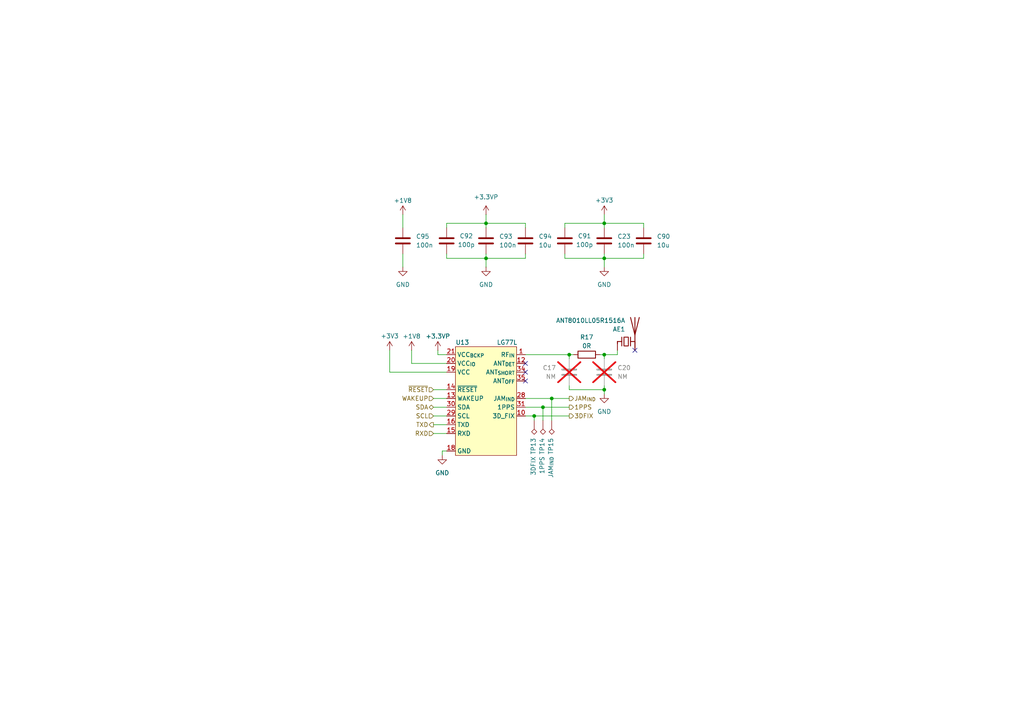
<source format=kicad_sch>
(kicad_sch (version 20250114) (generator "eeschema") (generator_version "9.0")
  (paper "A4")
  (title_block (title "GNSS Module") (date "2025-11-25") (rev "B") (company "M17 Foundation") (comment 1 "Author: Wojciech SP5WWP, Andy OE3ANC, Vlastimil OK5VAS"))
  (lib_symbols
    (symbol "Connector:TestPoint_Alt" (pin_numbers (hide yes)) (pin_names (offset 0.762) (hide yes))
      (property "Reference" "TP" (at 0 6.858 0))
      (property "Value" "TestPoint_Alt" (at 0 5.08 0))
      (symbol "TestPoint_Alt_0_1"
        (polyline (pts (xy 0 2.54) (xy -0.762 3.302) (xy 0 4.064) (xy 0.762 3.302) (xy 0 2.54)))
      )
      (symbol "TestPoint_Alt_1_1"
        (pin passive line (at 0 0 90) (length 2.54) (name "1") (number "1"))
      )
    )
    (symbol "Device:Antenna_Chip" (pin_numbers (hide yes)) (pin_names (offset 1.016) (hide yes))
      (property "Reference" "AE" (at 0 5.08 0))
      (property "Value" "Antenna_Chip" (at 0 3.175 0))
      (symbol "Antenna_Chip_0_1"
        (polyline (pts (xy -2.54 0) (xy -2.54 -0.635)) (stroke (width 0.254)))
        (polyline (pts (xy -2.54 0) (xy -1.27 0)) (stroke (width 0.254)))
        (polyline (pts (xy -1.27 1.27) (xy -1.27 -1.27) (xy -1.27 0)) (stroke (width 0.254)))
        (polyline (pts (xy -0.635 1.27) (xy 0.635 1.27) (xy 0.635 -1.27) (xy -0.635 -1.27) (xy -0.635 1.27)) (stroke (width 0.254)))
        (polyline (pts (xy 1.27 1.27) (xy 1.27 -1.27)) (stroke (width 0.254)))
        (polyline (pts (xy 1.27 0) (xy 2.54 0)) (stroke (width 0.254)))
        (polyline (pts (xy 2.54 6.985) (xy 2.54 -1.905)) (stroke (width 0.254)))
        (polyline (pts (xy 2.54 -0.635) (xy 2.54 0)))
        (polyline (pts (xy 3.81 6.985) (xy 2.54 1.905) (xy 1.27 6.985)) (stroke (width 0.254)))
      )
      (symbol "Antenna_Chip_1_1"
        (pin input line (at -2.54 -2.54 90) (length 2.54) (name "FEED") (number "1"))
        (pin passive line (at 2.54 -2.54 90) (length 2.54) (name "PCB_Trace") (number "2"))
      )
    )
    (symbol "Device:C" (pin_numbers (hide yes)) (pin_names (offset 0.254))
      (property "Reference" "C" (at 0.635 2.54 0))
      (property "Value" "C" (at 0.635 -2.54 0))
      (symbol "C_0_1"
        (polyline (pts (xy -2.032 0.762) (xy 2.032 0.762)) (stroke (width 0.508)))
        (polyline (pts (xy -2.032 -0.762) (xy 2.032 -0.762)) (stroke (width 0.508)))
      )
      (symbol "C_1_1"
        (pin passive line (at 0 3.81 270) (length 2.794) (name "~") (number "1"))
        (pin passive line (at 0 -3.81 90) (length 2.794) (name "~") (number "2"))
      )
    )
    (symbol "Device:R" (pin_numbers (hide yes)) (pin_names (offset 0))
      (property "Reference" "R" (at 2.032 0 90))
      (property "Value" "R" (at 0 0 90))
      (symbol "R_0_1"
        (rectangle (start -1.016 -2.54) (end 1.016 2.54) (stroke (width 0.254)))
      )
      (symbol "R_1_1"
        (pin passive line (at 0 3.81 270) (length 1.27) (name "~") (number "1"))
        (pin passive line (at 0 -3.81 90) (length 1.27) (name "~") (number "2"))
      )
    )
    (symbol "parts:LG77L"
      (property "Reference" "U" (at -8.128 16.256 0))
      (property "Value" "LG77L" (at 6.096 16.256 0))
      (symbol "LG77L_0_0"
        (pin power_in line (at -11.43 12.7 0) (length 2.54) (name "VCC_{BCKP}") (number "21"))
        (pin power_in line (at -11.43 10.16 0) (length 2.54) (name "VCC_{IO}") (number "20"))
        (pin power_in line (at -11.43 7.62 0) (length 2.54) (name "VCC") (number "19"))
        (pin input line (at -11.43 2.54 0) (length 2.54) (name "~{RESET}") (number "14"))
        (pin input line (at -11.43 0 0) (length 2.54) (name "WAKEUP") (number "13"))
        (pin bidirectional line (at -11.43 -2.54 0) (length 2.54) (name "SDA") (number "30"))
        (pin input line (at -11.43 -5.08 0) (length 2.54) (name "SCL") (number "29"))
        (pin output line (at -11.43 -7.62 0) (length 2.54) (name "TXD") (number "16"))
        (pin input line (at -11.43 -10.16 0) (length 2.54) (name "RXD") (number "15"))
        (pin power_in line (at -11.43 -15.24 0) (length 2.54) (name "GND") (number "18"))
        (pin power_in line (at -11.43 -15.24 0) (length 2.54) (hide yes) (name "GND") (number "2"))
        (pin power_in line (at -11.43 -15.24 0) (length 2.54) (hide yes) (name "GND") (number "37"))
        (pin power_in line (at -11.43 -15.24 0) (length 2.54) (hide yes) (name "GND") (number "38"))
        (pin power_in line (at -11.43 -15.24 0) (length 2.54) (hide yes) (name "GND") (number "39"))
        (pin power_in line (at -11.43 -15.24 0) (length 2.54) (hide yes) (name "GND") (number "40"))
        (pin power_in line (at -11.43 -15.24 0) (length 2.54) (hide yes) (name "GND") (number "41"))
        (pin power_in line (at -11.43 -15.24 0) (length 2.54) (hide yes) (name "GND") (number "42"))
        (pin power_in line (at -11.43 -15.24 0) (length 2.54) (hide yes) (name "GND") (number "43"))
        (pin input line (at 11.43 12.7 180) (length 2.54) (name "RF_{IN}") (number "1"))
        (pin input line (at 11.43 10.16 180) (length 2.54) (name "ANT_{DET}") (number "12"))
        (pin input line (at 11.43 7.62 180) (length 2.54) (name "ANT_{SHORT}") (number "34"))
        (pin output line (at 11.43 5.08 180) (length 2.54) (name "ANT_{OFF}") (number "35"))
        (pin output line (at 11.43 0 180) (length 2.54) (name "JAM_{IND}") (number "28"))
        (pin output line (at 11.43 -2.54 180) (length 2.54) (name "1PPS") (number "31"))
        (pin output line (at 11.43 -5.08 180) (length 2.54) (name "3D_FIX") (number "10"))
        (pin no_connect line (at 11.43 -15.24 180) (length 2.54) (hide yes) (name "RES") (number "11"))
        (pin no_connect line (at 11.43 -15.24 180) (length 2.54) (hide yes) (name "RES") (number "17"))
        (pin no_connect line (at 11.43 -15.24 180) (length 2.54) (hide yes) (name "RES") (number "22"))
        (pin no_connect line (at 11.43 -15.24 180) (length 2.54) (hide yes) (name "RES") (number "23"))
        (pin no_connect line (at 11.43 -15.24 180) (length 2.54) (hide yes) (name "RES") (number "24"))
        (pin no_connect line (at 11.43 -15.24 180) (length 2.54) (hide yes) (name "RES") (number "25"))
        (pin no_connect line (at 11.43 -15.24 180) (length 2.54) (hide yes) (name "RES") (number "26"))
        (pin no_connect line (at 11.43 -15.24 180) (length 2.54) (hide yes) (name "RES") (number "27"))
        (pin no_connect line (at 11.43 -15.24 180) (length 2.54) (hide yes) (name "RES") (number "3"))
        (pin no_connect line (at 11.43 -15.24 180) (length 2.54) (hide yes) (name "RES") (number "32"))
        (pin no_connect line (at 11.43 -15.24 180) (length 2.54) (hide yes) (name "RES") (number "33"))
        (pin no_connect line (at 11.43 -15.24 180) (length 2.54) (hide yes) (name "RES") (number "36"))
        (pin no_connect line (at 11.43 -15.24 180) (length 2.54) (hide yes) (name "RES") (number "4"))
        (pin no_connect line (at 11.43 -15.24 180) (length 2.54) (hide yes) (name "RES") (number "5"))
        (pin no_connect line (at 11.43 -15.24 180) (length 2.54) (hide yes) (name "RES") (number "6"))
        (pin no_connect line (at 11.43 -15.24 180) (length 2.54) (hide yes) (name "RES") (number "7"))
        (pin no_connect line (at 11.43 -15.24 180) (length 2.54) (hide yes) (name "RES") (number "8"))
        (pin no_connect line (at 11.43 -15.24 180) (length 2.54) (hide yes) (name "RES") (number "9"))
      )
      (symbol "LG77L_1_1"
        (rectangle (start -8.89 14.986) (end 8.89 -16.51) (fill (type background)))
      )
    )
    (symbol "power:+1V8" (power) (pin_numbers (hide yes)) (pin_names (offset 0) (hide yes))
      (property "Value" "+1V8" (at 0 3.556 0))
      (symbol "+1V8_0_1"
        (polyline (pts (xy -0.762 1.27) (xy 0 2.54)))
        (polyline (pts (xy 0 2.54) (xy 0.762 1.27)))
        (polyline (pts (xy 0 0) (xy 0 2.54)))
      )
      (symbol "+1V8_1_1"
        (pin power_in line (at 0 0 90) (length 0) (name "~") (number "1"))
      )
    )
    (symbol "power:+3.3VP" (power) (pin_numbers (hide yes)) (pin_names (offset 0) (hide yes))
      (property "Value" "+3.3VP" (at 0 3.556 0))
      (symbol "+3.3VP_0_0"
        (pin power_in line (at 0 0 90) (length 0) (name "~") (number "1"))
      )
      (symbol "+3.3VP_0_1"
        (polyline (pts (xy -0.762 1.27) (xy 0 2.54)))
        (polyline (pts (xy 0 2.54) (xy 0.762 1.27)))
        (polyline (pts (xy 0 0) (xy 0 2.54)))
      )
    )
    (symbol "power:+3V3" (power) (pin_numbers (hide yes)) (pin_names (offset 0) (hide yes))
      (property "Value" "+3V3" (at 0 3.556 0))
      (symbol "+3V3_0_1"
        (polyline (pts (xy -0.762 1.27) (xy 0 2.54)))
        (polyline (pts (xy 0 2.54) (xy 0.762 1.27)))
        (polyline (pts (xy 0 0) (xy 0 2.54)))
      )
      (symbol "+3V3_1_1"
        (pin power_in line (at 0 0 90) (length 0) (name "~") (number "1"))
      )
    )
    (symbol "power:GND" (power) (pin_numbers (hide yes)) (pin_names (offset 0) (hide yes))
      (property "Value" "GND" (at 0 -3.81 0))
      (symbol "GND_0_1"
        (polyline (pts (xy 0 0) (xy 0 -1.27) (xy 1.27 -1.27) (xy 0 -2.54) (xy -1.27 -1.27) (xy 0 -1.27)))
      )
      (symbol "GND_1_1"
        (pin power_in line (at 0 0 270) (length 0) (name "~") (number "1"))
      )
    )
  )
  (junction (at 175.26 102.87))
  (junction (at 165.1 102.87))
  (junction (at 157.48 118.11))
  (junction (at 154.94 120.65))
  (junction (at 175.26 113.03))
  (junction (at 175.26 74.93))
  (junction (at 175.26 64.77))
  (junction (at 140.97 64.77))
  (junction (at 140.97 74.93))
  (junction (at 160.02 115.57))
  (no_connect (at 184.15 101.6))
  (no_connect (at 152.4 110.49))
  (no_connect (at 152.4 107.95))
  (no_connect (at 152.4 105.41))
  (wire (pts (xy 129.54 73.66) (xy 129.54 74.93)))
  (wire (pts (xy 129.54 130.81) (xy 128.27 130.81)))
  (wire (pts (xy 119.38 101.6) (xy 119.38 105.41)))
  (wire (pts (xy 173.99 102.87) (xy 175.26 102.87)))
  (wire (pts (xy 140.97 64.77) (xy 140.97 66.04)))
  (wire (pts (xy 175.26 113.03) (xy 175.26 111.76)))
  (wire (pts (xy 175.26 74.93) (xy 186.69 74.93)))
  (wire (pts (xy 163.83 73.66) (xy 163.83 74.93)))
  (wire (pts (xy 140.97 73.66) (xy 140.97 74.93)))
  (wire (pts (xy 116.84 73.66) (xy 116.84 77.47)))
  (wire (pts (xy 116.84 62.23) (xy 116.84 66.04)))
  (wire (pts (xy 163.83 74.93) (xy 175.26 74.93)))
  (wire (pts (xy 140.97 74.93) (xy 140.97 77.47)))
  (wire (pts (xy 160.02 115.57) (xy 160.02 121.92)))
  (wire (pts (xy 165.1 102.87) (xy 166.37 102.87)))
  (wire (pts (xy 125.73 125.73) (xy 129.54 125.73)))
  (wire (pts (xy 175.26 102.87) (xy 179.07 102.87)))
  (wire (pts (xy 140.97 64.77) (xy 152.4 64.77)))
  (wire (pts (xy 129.54 74.93) (xy 140.97 74.93)))
  (wire (pts (xy 165.1 111.76) (xy 165.1 113.03)))
  (wire (pts (xy 175.26 64.77) (xy 175.26 66.04)))
  (wire (pts (xy 129.54 64.77) (xy 140.97 64.77)))
  (wire (pts (xy 175.26 62.23) (xy 175.26 64.77)))
  (wire (pts (xy 175.26 102.87) (xy 175.26 104.14)))
  (wire (pts (xy 152.4 64.77) (xy 152.4 66.04)))
  (wire (pts (xy 175.26 74.93) (xy 175.26 77.47)))
  (wire (pts (xy 128.27 130.81) (xy 128.27 132.08)))
  (wire (pts (xy 125.73 120.65) (xy 129.54 120.65)))
  (wire (pts (xy 157.48 118.11) (xy 165.1 118.11)))
  (wire (pts (xy 154.94 120.65) (xy 165.1 120.65)))
  (wire (pts (xy 186.69 74.93) (xy 186.69 73.66)))
  (wire (pts (xy 179.07 102.87) (xy 179.07 101.6)))
  (wire (pts (xy 113.03 107.95) (xy 129.54 107.95)))
  (wire (pts (xy 152.4 115.57) (xy 160.02 115.57)))
  (wire (pts (xy 140.97 74.93) (xy 152.4 74.93)))
  (wire (pts (xy 125.73 113.03) (xy 129.54 113.03)))
  (wire (pts (xy 175.26 113.03) (xy 175.26 114.3)))
  (wire (pts (xy 154.94 120.65) (xy 154.94 121.92)))
  (wire (pts (xy 163.83 66.04) (xy 163.83 64.77)))
  (wire (pts (xy 157.48 118.11) (xy 157.48 121.92)))
  (wire (pts (xy 129.54 102.87) (xy 127 102.87)))
  (wire (pts (xy 163.83 64.77) (xy 175.26 64.77)))
  (wire (pts (xy 152.4 102.87) (xy 165.1 102.87)))
  (wire (pts (xy 119.38 105.41) (xy 129.54 105.41)))
  (wire (pts (xy 165.1 113.03) (xy 175.26 113.03)))
  (wire (pts (xy 152.4 74.93) (xy 152.4 73.66)))
  (wire (pts (xy 127 102.87) (xy 127 101.6)))
  (wire (pts (xy 125.73 115.57) (xy 129.54 115.57)))
  (wire (pts (xy 152.4 118.11) (xy 157.48 118.11)))
  (wire (pts (xy 125.73 123.19) (xy 129.54 123.19)))
  (wire (pts (xy 113.03 101.6) (xy 113.03 107.95)))
  (wire (pts (xy 175.26 64.77) (xy 186.69 64.77)))
  (wire (pts (xy 186.69 64.77) (xy 186.69 66.04)))
  (wire (pts (xy 165.1 102.87) (xy 165.1 104.14)))
  (wire (pts (xy 175.26 73.66) (xy 175.26 74.93)))
  (wire (pts (xy 152.4 120.65) (xy 154.94 120.65)))
  (wire (pts (xy 125.73 118.11) (xy 129.54 118.11)))
  (wire (pts (xy 160.02 115.57) (xy 165.1 115.57)))
  (wire (pts (xy 140.97 62.23) (xy 140.97 64.77)))
  (wire (pts (xy 129.54 66.04) (xy 129.54 64.77)))
  (hierarchical_label "JAM_{IND}" (shape output) (at 165.1 115.57 0))
  (hierarchical_label "1PPS" (shape output) (at 165.1 118.11 0))
  (hierarchical_label "SDA" (shape bidirectional) (at 125.73 118.11 180))
  (hierarchical_label "~{RESET}" (shape input) (at 125.73 113.03 180))
  (hierarchical_label "RXD" (shape input) (at 125.73 125.73 180))
  (hierarchical_label "SCL" (shape input) (at 125.73 120.65 180))
  (hierarchical_label "TXD" (shape output) (at 125.73 123.19 180))
  (hierarchical_label "3DFIX" (shape output) (at 165.1 120.65 0))
  (hierarchical_label "WAKEUP" (shape input) (at 125.73 115.57 180))
  (symbol (lib_id "Device:C") (at 186.69 69.85 0) (unit 1)
    (property "Reference" "C90" (at 190.5 68.5799 0) (effects (justify left)))
    (property "Value" "10u" (at 190.5 71.1199 0) (effects (justify left)))
    (property "Footprint" "Capacitor_SMD:C_0805_2012Metric" (effects (hide yes)))
    (property "Description" "Unpolarized capacitor" (effects (hide yes)))
    (property "LCSC" "C2932476" (effects (hide yes)))
    (property "MPN" "CL21A106KBYQNNE" (effects (hide yes)))
    (property "PN" "187-CL21A106KBYQNNE" (effects (hide yes)))
  )
  (symbol (lib_id "power:+3V3") (at 175.26 62.23 0) (unit 1)
    (property "Reference" "#PWR0137" (effects (hide yes)))
    (property "Value" "+3V3" (at 175.26 58.0969 0))
    (property "Description" "Power symbol creates a global label with name \"+3V3\"" (effects (hide yes)))
  )
  (symbol (lib_id "power:+3V3") (at 113.03 101.6 0) (unit 1)
    (property "Reference" "#PWR0129" (effects (hide yes)))
    (property "Value" "+3V3" (at 113.03 97.4669 0))
    (property "Description" "Power symbol creates a global label with name \"+3V3\"" (effects (hide yes)))
  )
  (symbol (lib_id "parts:LG77L") (at 140.97 115.57 0) (unit 1)
    (property "Reference" "U13" (at 134.112 99.314 0))
    (property "Value" "LG77L" (at 147.066 99.314 0))
    (property "Footprint" "parts:LG77L" (effects (hide yes)))
    (property "Description" "Quectel LG77L series GNSS module is a single-band multi-constellation module, which can acquire and track any mix of GPS, GLONASS, Galileo, BDS and QZSS." (effects (hide yes)))
    (property "MPN" "LG77LICMD " (effects (hide yes)))
    (property "PN" " 277-LG77LICMD" (effects (hide yes)))
  )
  (symbol (lib_id "Device:C") (at 165.1 107.95 0) (mirror y) (unit 1) (in_bom no) (dnp yes)
    (property "Reference" "C17" (at 161.29 106.6799 0) (effects (justify left)))
    (property "Value" "NM" (at 161.29 109.2199 0) (effects (justify left)))
    (property "Footprint" "Capacitor_SMD:C_0402_1005Metric" (effects (hide yes)))
    (property "Description" "Unpolarized capacitor" (effects (hide yes)))
  )
  (symbol (lib_id "power:+1V8") (at 116.84 62.23 0) (unit 1)
    (property "Reference" "#PWR0142" (effects (hide yes)))
    (property "Value" "+1V8" (at 116.84 58.166 0))
    (property "Description" "Power symbol creates a global label with name \"+1V8\"" (effects (hide yes)))
  )
  (symbol (lib_id "power:GND") (at 175.26 77.47 0) (unit 1)
    (property "Reference" "#PWR0139" (effects (hide yes)))
    (property "Value" "GND" (at 175.26 82.55 0))
    (property "Description" "Power symbol creates a global label with name \"GND\" , ground" (effects (hide yes)))
  )
  (symbol (lib_id "Device:C") (at 152.4 69.85 0) (unit 1)
    (property "Reference" "C94" (at 156.21 68.5799 0) (effects (justify left)))
    (property "Value" "10u" (at 156.21 71.1199 0) (effects (justify left)))
    (property "Footprint" "Capacitor_SMD:C_0805_2012Metric" (effects (hide yes)))
    (property "Description" "Unpolarized capacitor" (effects (hide yes)))
    (property "LCSC" "C2932476" (effects (hide yes)))
    (property "MPN" "CL21A106KBYQNNE" (effects (hide yes)))
    (property "PN" "187-CL21A106KBYQNNE" (effects (hide yes)))
  )
  (symbol (lib_id "Device:R") (at 170.18 102.87 90) (unit 1)
    (property "Reference" "R17" (at 170.18 97.79 90))
    (property "Value" "0R" (at 170.18 100.33 90))
    (property "Footprint" "Resistor_SMD:R_0402_1005Metric" (effects (hide yes)))
    (property "Description" "Resistor" (effects (hide yes)))
    (property "LCSC" "C17168" (effects (hide yes)))
    (property "MPN" "0402WGF0000TCE" (effects (hide yes)))
  )
  (symbol (lib_id "power:+3.3VP") (at 127 101.6 0) (unit 1)
    (property "Reference" "#PWR0144" (effects (hide yes)))
    (property "Value" "+3.3VP" (at 127 97.536 0))
    (property "Description" "Power symbol creates a global label with name \"+3.3VP\"" (effects (hide yes)))
  )
  (symbol (lib_id "Device:C") (at 175.26 69.85 0) (unit 1)
    (property "Reference" "C23" (at 179.07 68.5799 0) (effects (justify left)))
    (property "Value" "100n" (at 179.07 71.1199 0) (effects (justify left)))
    (property "Footprint" "Capacitor_SMD:C_0402_1005Metric" (effects (hide yes)))
    (property "Description" "Unpolarized capacitor" (effects (hide yes)))
    (property "LCSC" "C1525" (effects (hide yes)))
    (property "MPN" "CL05B104KO5NNNC" (effects (hide yes)))
    (property "PN" " 187-CL05B104KO5NNNC " (effects (hide yes)))
  )
  (symbol (lib_id "power:GND") (at 128.27 132.08 0) (unit 1)
    (property "Reference" "#PWR037" (effects (hide yes)))
    (property "Value" "GND" (at 128.27 137.16 0))
    (property "Description" "Power symbol creates a global label with name \"GND\" , ground" (effects (hide yes)))
  )
  (symbol (lib_id "power:GND") (at 116.84 77.47 0) (unit 1)
    (property "Reference" "#PWR0143" (effects (hide yes)))
    (property "Value" "GND" (at 116.84 82.55 0))
    (property "Description" "Power symbol creates a global label with name \"GND\" , ground" (effects (hide yes)))
  )
  (symbol (lib_id "Connector:TestPoint_Alt") (at 160.02 121.92 180) (unit 1) (in_bom no)
    (property "Reference" "TP15" (at 159.766 127 90) (effects (justify left)))
    (property "Value" "JAM_{IND}" (at 159.766 132.334 90) (effects (justify left)))
    (property "Footprint" "TestPoint:TestPoint_Pad_D1.0mm" (effects (hide yes)))
    (property "Description" "test point (alternative shape)" (effects (hide yes)))
  )
  (symbol (lib_id "power:GND") (at 140.97 77.47 0) (unit 1)
    (property "Reference" "#PWR0141" (effects (hide yes)))
    (property "Value" "GND" (at 140.97 82.55 0))
    (property "Description" "Power symbol creates a global label with name \"GND\" , ground" (effects (hide yes)))
  )
  (symbol (lib_id "Device:Antenna_Chip") (at 181.61 99.06 0) (unit 1)
    (property "Reference" "AE1" (at 181.356 95.504 0) (effects (justify right)))
    (property "Value" "ANT8010LL05R1516A" (at 181.356 92.964 0) (effects (justify right)))
    (property "Footprint" "parts:ANT8010LL05R1516A" (effects (hide yes)))
    (property "Description" "Ceramic chip antenna with pin for PCB trace" (effects (hide yes)))
    (property "LCSC" "C6740797" (effects (hide yes)))
    (property "MPN" "ANT8010LL05R1516A" (effects (hide yes)))
    (property "PN" " 603-ANT8010LL05R1516 " (effects (hide yes)))
  )
  (symbol (lib_id "power:GND") (at 175.26 114.3 0) (unit 1)
    (property "Reference" "#PWR0136" (effects (hide yes)))
    (property "Value" "GND" (at 175.26 119.38 0))
    (property "Description" "Power symbol creates a global label with name \"GND\" , ground" (effects (hide yes)))
  )
  (symbol (lib_id "Device:C") (at 140.97 69.85 0) (unit 1)
    (property "Reference" "C93" (at 144.78 68.5799 0) (effects (justify left)))
    (property "Value" "100n" (at 144.78 71.1199 0) (effects (justify left)))
    (property "Footprint" "Capacitor_SMD:C_0402_1005Metric" (effects (hide yes)))
    (property "Description" "Unpolarized capacitor" (effects (hide yes)))
    (property "LCSC" "C1525" (effects (hide yes)))
    (property "MPN" "CL05B104KO5NNNC" (effects (hide yes)))
    (property "PN" " 187-CL05B104KO5NNNC " (effects (hide yes)))
  )
  (symbol (lib_id "Connector:TestPoint_Alt") (at 157.48 121.92 180) (unit 1) (in_bom no)
    (property "Reference" "TP14" (at 157.226 127 90) (effects (justify left)))
    (property "Value" "1PPS" (at 157.226 132.334 90) (effects (justify left)))
    (property "Footprint" "TestPoint:TestPoint_Pad_D1.0mm" (effects (hide yes)))
    (property "Description" "test point (alternative shape)" (effects (hide yes)))
  )
  (symbol (lib_id "power:+3.3VP") (at 140.97 62.23 0) (unit 1)
    (property "Reference" "#PWR0140" (effects (hide yes)))
    (property "Value" "+3.3VP" (at 140.97 57.15 0))
    (property "Description" "Power symbol creates a global label with name \"+3.3VP\"" (effects (hide yes)))
  )
  (symbol (lib_id "Device:C") (at 175.26 107.95 0) (unit 1) (in_bom no) (dnp yes)
    (property "Reference" "C20" (at 179.07 106.6799 0) (effects (justify left)))
    (property "Value" "NM" (at 179.07 109.2199 0) (effects (justify left)))
    (property "Footprint" "Capacitor_SMD:C_0402_1005Metric" (effects (hide yes)))
    (property "Description" "Unpolarized capacitor" (effects (hide yes)))
  )
  (symbol (lib_id "Device:C") (at 129.54 69.85 0) (mirror x) (unit 1)
    (property "Reference" "C92" (at 135.255 68.453 0))
    (property "Value" "100p" (at 135.255 70.993 0))
    (property "Footprint" "Capacitor_SMD:C_0402_1005Metric" (effects (hide yes)))
    (property "Description" "Unpolarized capacitor" (effects (hide yes)))
    (property "LCSC" "C77177" (effects (hide yes)))
    (property "MP" "GRM1555C1H101JA01D" (effects (hide yes)))
    (property "MPN" "GRM1555C1H101JA01D" (effects (hide yes)))
  )
  (symbol (lib_id "Device:C") (at 116.84 69.85 0) (unit 1)
    (property "Reference" "C95" (at 120.65 68.5799 0) (effects (justify left)))
    (property "Value" "100n" (at 120.65 71.1199 0) (effects (justify left)))
    (property "Footprint" "Capacitor_SMD:C_0402_1005Metric" (effects (hide yes)))
    (property "Description" "Unpolarized capacitor" (effects (hide yes)))
    (property "LCSC" "C1525" (effects (hide yes)))
    (property "MPN" "CL05B104KO5NNNC" (effects (hide yes)))
    (property "PN" " 187-CL05B104KO5NNNC " (effects (hide yes)))
  )
  (symbol (lib_id "power:+1V8") (at 119.38 101.6 0) (unit 1)
    (property "Reference" "#PWR099" (effects (hide yes)))
    (property "Value" "+1V8" (at 119.38 97.536 0))
    (property "Description" "Power symbol creates a global label with name \"+1V8\"" (effects (hide yes)))
  )
  (symbol (lib_id "Device:C") (at 163.83 69.85 0) (mirror x) (unit 1)
    (property "Reference" "C91" (at 169.545 68.453 0))
    (property "Value" "100p" (at 169.545 70.993 0))
    (property "Footprint" "Capacitor_SMD:C_0402_1005Metric" (effects (hide yes)))
    (property "Description" "Unpolarized capacitor" (effects (hide yes)))
    (property "LCSC" "C77177" (effects (hide yes)))
    (property "MP" "GRM1555C1H101JA01D" (effects (hide yes)))
    (property "MPN" "GRM1555C1H101JA01D" (effects (hide yes)))
  )
  (symbol (lib_id "Connector:TestPoint_Alt") (at 154.94 121.92 180) (unit 1) (in_bom no)
    (property "Reference" "TP13" (at 154.686 127 90) (effects (justify left)))
    (property "Value" "3DFIX" (at 154.686 132.334 90) (effects (justify left)))
    (property "Footprint" "TestPoint:TestPoint_Pad_D1.0mm" (effects (hide yes)))
    (property "Description" "test point (alternative shape)" (effects (hide yes)))
  )
)
</source>
